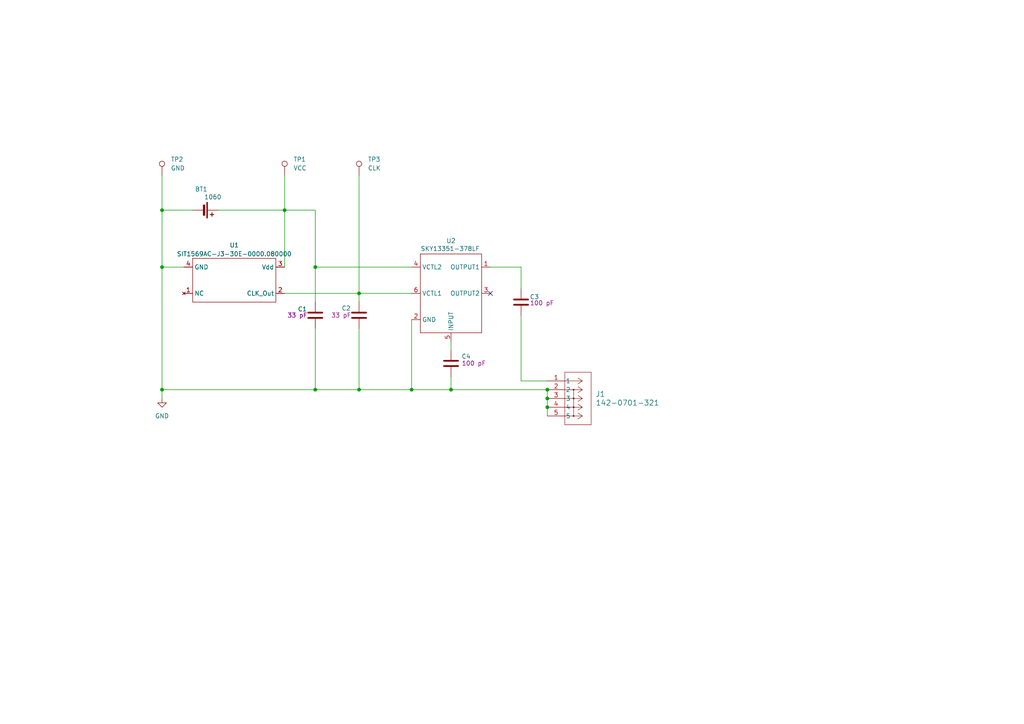
<source format=kicad_sch>
(kicad_sch (version 20231120) (generator "eeschema") (generator_version "8.0")
  (paper "A4")
  (title_block (title "RF Backscatter Tag") (rev "V1.1") (company "UCSC J-Lab"))
  (lib_symbols
    (symbol "2024-02-20_21-31-14:SMA-J-P-H-RA-TH1" (pin_names (offset 0.254))
      (property "Reference" "J" (at 8.89 6.35 0))
      (property "Value" "SMA-J-P-H-RA-TH1" (at 0 0 0))
      (symbol "SMA-J-P-H-RA-TH1_1_1"
        (polyline (pts (xy 5.08 -12.7) (xy 12.7 -12.7)) (stroke (width 0.127)))
        (polyline (pts (xy 5.08 2.54) (xy 5.08 -12.7)) (stroke (width 0.127)))
        (polyline (pts (xy 7.62 -2.54) (xy 7.62 -10.16)) (stroke (width 0.127)))
        (polyline (pts (xy 10.16 -10.16) (xy 5.08 -10.16)) (stroke (width 0.127)))
        (polyline (pts (xy 10.16 -10.16) (xy 8.89 -11.0067)) (stroke (width 0.127)))
        (polyline (pts (xy 10.16 -10.16) (xy 8.89 -9.3133)) (stroke (width 0.127)))
        (polyline (pts (xy 10.16 -7.62) (xy 5.08 -7.62)) (stroke (width 0.127)))
        (polyline (pts (xy 10.16 -7.62) (xy 8.89 -8.4667)) (stroke (width 0.127)))
        (polyline (pts (xy 10.16 -7.62) (xy 8.89 -6.7733)) (stroke (width 0.127)))
        (polyline (pts (xy 10.16 -5.08) (xy 5.08 -5.08)) (stroke (width 0.127)))
        (polyline (pts (xy 10.16 -5.08) (xy 8.89 -5.9267)) (stroke (width 0.127)))
        (polyline (pts (xy 10.16 -5.08) (xy 8.89 -4.2333)) (stroke (width 0.127)))
        (polyline (pts (xy 10.16 -2.54) (xy 5.08 -2.54)) (stroke (width 0.127)))
        (polyline (pts (xy 10.16 -2.54) (xy 8.89 -3.3867)) (stroke (width 0.127)))
        (polyline (pts (xy 10.16 -2.54) (xy 8.89 -1.6933)) (stroke (width 0.127)))
        (polyline (pts (xy 10.16 0) (xy 5.08 0)) (stroke (width 0.127)))
        (polyline (pts (xy 10.16 0) (xy 8.89 -0.8467)) (stroke (width 0.127)))
        (polyline (pts (xy 10.16 0) (xy 8.89 0.8467)) (stroke (width 0.127)))
        (polyline (pts (xy 12.7 -12.7) (xy 12.7 2.54)) (stroke (width 0.127)))
        (polyline (pts (xy 12.7 2.54) (xy 5.08 2.54)) (stroke (width 0.127)))
        (circle (center 7.62 -10.16) (radius 0.127) (stroke (width 0.254)))
        (circle (center 7.62 -7.62) (radius 0.127) (stroke (width 0.254)))
        (circle (center 7.62 -5.08) (radius 0.127) (stroke (width 0.254)))
        (circle (center 7.62 -2.54) (radius 0.127) (stroke (width 0.254)))
        (pin unspecified line (at 0 0 0) (length 5.08) (name "1") (number "1"))
        (pin unspecified line (at 0 -2.54 0) (length 5.08) (name "2") (number "2"))
        (pin unspecified line (at 0 -5.08 0) (length 5.08) (name "3") (number "3"))
        (pin unspecified line (at 0 -7.62 0) (length 5.08) (name "4") (number "4"))
        (pin unspecified line (at 0 -10.16 0) (length 5.08) (name "5") (number "5"))
      )
      (symbol "SMA-J-P-H-RA-TH1_1_2"
        (polyline (pts (xy 5.08 -12.7) (xy 12.7 -12.7)) (stroke (width 0.127)))
        (polyline (pts (xy 5.08 2.54) (xy 5.08 -12.7)) (stroke (width 0.127)))
        (polyline (pts (xy 6.858 -2.54) (xy 6.858 -10.16)) (stroke (width 0.127)))
        (polyline (pts (xy 7.62 -10.16) (xy 5.08 -10.16)) (stroke (width 0.127)))
        (polyline (pts (xy 7.62 -10.16) (xy 8.89 -11.0067)) (stroke (width 0.127)))
        (polyline (pts (xy 7.62 -10.16) (xy 8.89 -9.3133)) (stroke (width 0.127)))
        (polyline (pts (xy 7.62 -7.62) (xy 5.08 -7.62)) (stroke (width 0.127)))
        (polyline (pts (xy 7.62 -7.62) (xy 8.89 -8.4667)) (stroke (width 0.127)))
        (polyline (pts (xy 7.62 -7.62) (xy 8.89 -6.7733)) (stroke (width 0.127)))
        (polyline (pts (xy 7.62 -5.08) (xy 5.08 -5.08)) (stroke (width 0.127)))
        (polyline (pts (xy 7.62 -5.08) (xy 8.89 -5.9267)) (stroke (width 0.127)))
        (polyline (pts (xy 7.62 -5.08) (xy 8.89 -4.2333)) (stroke (width 0.127)))
        (polyline (pts (xy 7.62 -2.54) (xy 5.08 -2.54)) (stroke (width 0.127)))
        (polyline (pts (xy 7.62 -2.54) (xy 8.89 -3.3867)) (stroke (width 0.127)))
        (polyline (pts (xy 7.62 -2.54) (xy 8.89 -1.6933)) (stroke (width 0.127)))
        (polyline (pts (xy 7.62 0) (xy 5.08 0)) (stroke (width 0.127)))
        (polyline (pts (xy 7.62 0) (xy 8.89 -0.8467)) (stroke (width 0.127)))
        (polyline (pts (xy 7.62 0) (xy 8.89 0.8467)) (stroke (width 0.127)))
        (polyline (pts (xy 12.7 -12.7) (xy 12.7 2.54)) (stroke (width 0.127)))
        (polyline (pts (xy 12.7 2.54) (xy 5.08 2.54)) (stroke (width 0.127)))
        (circle (center 6.858 -10.16) (radius 0.127) (stroke (width 0.254)))
        (circle (center 6.858 -7.62) (radius 0.127) (stroke (width 0.254)))
        (circle (center 6.858 -5.08) (radius 0.127) (stroke (width 0.254)))
        (circle (center 6.858 -2.54) (radius 0.127) (stroke (width 0.254)))
        (pin unspecified line (at 0 0 0) (length 5.08) (name "1") (number "1"))
        (pin unspecified line (at 0 -2.54 0) (length 5.08) (name "2") (number "2"))
        (pin unspecified line (at 0 -5.08 0) (length 5.08) (name "3") (number "3"))
        (pin unspecified line (at 0 -7.62 0) (length 5.08) (name "4") (number "4"))
        (pin unspecified line (at 0 -10.16 0) (length 5.08) (name "5") (number "5"))
      )
    )
    (symbol "Connector:TestPoint" (pin_numbers hide) (pin_names (offset 0.762) hide)
      (property "Reference" "TP" (at 0 6.858 0))
      (property "Value" "TestPoint" (at 0 5.08 0))
      (symbol "TestPoint_0_1"
        (circle (center 0 3.302) (radius 0.762))
      )
      (symbol "TestPoint_1_1"
        (pin passive line (at 0 0 90) (length 2.54) (name "1") (number "1"))
      )
    )
    (symbol "Device:Battery_Cell" (pin_numbers hide) (pin_names (offset 0) hide)
      (property "Reference" "BT" (at 2.54 2.54 0))
      (property "Value" "Battery_Cell" (at 2.54 0 0))
      (symbol "Battery_Cell_0_1"
        (rectangle (start -2.286 1.778) (end 2.286 1.524) (fill (type outline)))
        (rectangle (start -1.524 1.016) (end 1.524 0.508) (fill (type outline)))
        (polyline (pts (xy 0 0.762) (xy 0 0)))
        (polyline (pts (xy 0 1.778) (xy 0 2.54)))
        (polyline (pts (xy 0.762 3.048) (xy 1.778 3.048)) (stroke (width 0.254)))
        (polyline (pts (xy 1.27 3.556) (xy 1.27 2.54)) (stroke (width 0.254)))
      )
      (symbol "Battery_Cell_1_1"
        (pin passive line (at 0 5.08 270) (length 2.54) (name "+") (number "1"))
        (pin passive line (at 0 -2.54 90) (length 2.54) (name "-") (number "2"))
      )
    )
    (symbol "Device:C" (pin_numbers hide) (pin_names (offset 0.254))
      (property "Reference" "C" (at 0.635 2.54 0))
      (property "Value" "C" (at 0.635 -2.54 0))
      (symbol "C_0_1"
        (polyline (pts (xy -2.032 -0.762) (xy 2.032 -0.762)) (stroke (width 0.508)))
        (polyline (pts (xy -2.032 0.762) (xy 2.032 0.762)) (stroke (width 0.508)))
      )
      (symbol "C_1_1"
        (pin passive line (at 0 3.81 270) (length 2.794) (name "~") (number "1"))
        (pin passive line (at 0 -3.81 90) (length 2.794) (name "~") (number "2"))
      )
    )
    (symbol "Library:SiT1569"
      (property "Reference" "U" (at -5.08 -7.62 0))
      (symbol "SiT1569_0_1"
        (rectangle (start -11.43 6.35) (end 12.7 -6.35))
      )
      (symbol "SiT1569_1_1"
        (pin no_connect line (at -13.97 -3.81 0) (length 2.54) (name "NC") (number "1"))
        (pin output line (at 15.24 -3.81 180) (length 2.54) (name "CLK_Out") (number "2"))
        (pin input line (at 15.24 3.81 180) (length 2.54) (name "Vdd") (number "3"))
        (pin input line (at -13.97 3.81 0) (length 2.54) (name "GND") (number "4"))
      )
    )
    (symbol "WADAR_KiCAD_Library:SKY13351-378LF"
      (property "Reference" "U2" (at 0 10.16 0))
      (property "Value" "SKY13351-378LF" (at -0.254 7.874 0))
      (symbol "SKY13351-378LF_0_1"
        (rectangle (start -8.89 6.35) (end 8.89 -16.51))
      )
      (symbol "SKY13351-378LF_1_1"
        (pin output line (at 11.43 2.54 180) (length 2.54) (name "OUTPUT1") (number "1"))
        (pin passive line (at -11.43 -12.7 0) (length 2.54) (name "GND") (number "2"))
        (pin output line (at 11.43 -5.08 180) (length 2.54) (name "OUTPUT2") (number "3"))
        (pin input line (at -11.43 2.54 0) (length 2.54) (name "VCTL2") (number "4"))
        (pin input line (at 0 -19.05 90) (length 2.54) (name "INPUT") (number "5"))
        (pin input line (at -11.43 -5.08 0) (length 2.54) (name "VCTL1") (number "6"))
      )
    )
    (symbol "power:GND" (power) (pin_names (offset 0))
      (property "Value" "GND" (at 0 -3.81 0))
      (symbol "GND_0_1"
        (polyline (pts (xy 0 0) (xy 0 -1.27) (xy 1.27 -1.27) (xy 0 -2.54) (xy -1.27 -1.27) (xy 0 -1.27)))
      )
      (symbol "GND_1_1"
        (pin power_in line (at 0 0 270) (length 0) hide (name "GND") (number "1"))
      )
    )
  )
  (junction (at 130.81 113.03))
  (junction (at 46.99 60.96))
  (junction (at 46.99 77.47))
  (junction (at 158.75 113.03))
  (junction (at 119.38 113.03))
  (junction (at 158.75 115.57))
  (junction (at 46.99 113.03))
  (junction (at 91.44 77.47))
  (junction (at 82.55 60.96))
  (junction (at 91.44 113.03))
  (junction (at 104.14 113.03))
  (junction (at 158.75 118.11))
  (junction (at 104.14 85.09))
  (no_connect (at 142.24 85.09))
  (wire (pts (xy 46.99 77.47) (xy 46.99 113.03)))
  (wire (pts (xy 82.55 60.96) (xy 82.55 77.47)))
  (wire (pts (xy 130.81 109.22) (xy 130.81 113.03)))
  (wire (pts (xy 158.75 118.11) (xy 158.75 120.65)))
  (wire (pts (xy 158.75 115.57) (xy 158.75 118.11)))
  (wire (pts (xy 151.13 110.49) (xy 158.75 110.49)))
  (wire (pts (xy 46.99 77.47) (xy 53.34 77.47)))
  (wire (pts (xy 130.81 99.06) (xy 130.81 101.6)))
  (wire (pts (xy 91.44 60.96) (xy 91.44 77.47)))
  (wire (pts (xy 82.55 85.09) (xy 104.14 85.09)))
  (wire (pts (xy 46.99 115.57) (xy 46.99 113.03)))
  (wire (pts (xy 91.44 113.03) (xy 104.14 113.03)))
  (wire (pts (xy 55.88 60.96) (xy 46.99 60.96)))
  (wire (pts (xy 104.14 85.09) (xy 104.14 87.63)))
  (wire (pts (xy 82.55 60.96) (xy 91.44 60.96)))
  (wire (pts (xy 119.38 92.71) (xy 119.38 113.03)))
  (wire (pts (xy 119.38 113.03) (xy 130.81 113.03)))
  (wire (pts (xy 91.44 77.47) (xy 119.38 77.47)))
  (wire (pts (xy 151.13 91.44) (xy 151.13 110.49)))
  (wire (pts (xy 151.13 77.47) (xy 151.13 83.82)))
  (wire (pts (xy 158.75 113.03) (xy 158.75 115.57)))
  (wire (pts (xy 130.81 113.03) (xy 158.75 113.03)))
  (wire (pts (xy 104.14 113.03) (xy 119.38 113.03)))
  (wire (pts (xy 151.13 77.47) (xy 142.24 77.47)))
  (wire (pts (xy 104.14 50.8) (xy 104.14 85.09)))
  (wire (pts (xy 46.99 60.96) (xy 46.99 77.47)))
  (wire (pts (xy 91.44 77.47) (xy 91.44 87.63)))
  (wire (pts (xy 91.44 95.25) (xy 91.44 113.03)))
  (wire (pts (xy 104.14 85.09) (xy 119.38 85.09)))
  (wire (pts (xy 104.14 95.25) (xy 104.14 113.03)))
  (wire (pts (xy 63.5 60.96) (xy 82.55 60.96)))
  (wire (pts (xy 46.99 113.03) (xy 91.44 113.03)))
  (wire (pts (xy 82.55 50.8) (xy 82.55 60.96)))
  (wire (pts (xy 46.99 50.8) (xy 46.99 60.96)))
  (symbol (lib_id "Connector:TestPoint") (at 82.55 50.8 0) (unit 1) (in_bom no)
    (property "Reference" "TP1" (at 85.09 46.2279 0) (effects (justify left)))
    (property "Value" "VCC" (at 85.09 48.7679 0) (effects (justify left)))
    (property "Footprint" "TestPoint:TestPoint_Pad_D1.0mm" (effects (hide yes)))
    (property "Description" "test point" (effects (hide yes)))
  )
  (symbol (lib_id "WADAR_KiCAD_Library:SKY13351-378LF") (at 130.81 80.01 0) (unit 1)
    (property "Reference" "U2" (at 130.81 69.85 0))
    (property "Value" "SKY13351-378LF" (at 130.556 72.136 0))
    (property "Footprint" "Library:SKY13351_FP" (effects (hide yes)))
    (property "Datasheet" "https://www.skyworksinc.com/-/media/5E82DAE396A64F5D8598F71A4EC4B215.pdf" (effects (hide yes)))
    (property "Description" "IC RF SWITCH SPDT 6GHZ 6MLPD" (effects (hide yes)))
  )
  (symbol (lib_id "Device:C") (at 151.13 87.63 0) (unit 1)
    (property "Reference" "C3" (at 153.67 86.106 0) (effects (justify left)))
    (property "Value" "CAP CER 100PF 0805" (effects (hide yes)))
    (property "Footprint" "Capacitor_SMD:C_0805_2012Metric" (effects (hide yes)))
    (property "Datasheet" "https://search.kemet.com/download/datasheet/C0805C101J5GAC7800" (effects (hide yes)))
    (property "Description" "CAP CER 100PF 50V C0G/NP0 0805" (effects (hide yes)))
    (property "Capacitance" "100 pF" (at 153.67 87.884 0) (effects (justify left)))
  )
  (symbol (lib_id "Device:C") (at 130.81 105.41 0) (unit 1)
    (property "Reference" "C4" (at 133.858 103.378 0) (effects (justify left)))
    (property "Value" "CAP CER 100PF 0402" (effects (hide yes)))
    (property "Footprint" "Capacitor_SMD:C_0402_1005Metric" (effects (hide yes)))
    (property "Datasheet" "https://www.yageo.com/upload/media/product/productsearch/datasheet/mlcc/UPY-GP_NP0_16V-to-50V_18.pdf" (effects (hide yes)))
    (property "Description" "CAP CER 100PF 50V C0G/NPO 0402" (effects (hide yes)))
    (property "Capacitance" "100 pF" (at 137.414 104.648 0) (effects (justify top)))
  )
  (symbol (lib_id "Connector:TestPoint") (at 46.99 50.8 0) (unit 1) (in_bom no)
    (property "Reference" "TP2" (at 49.53 46.2279 0) (effects (justify left)))
    (property "Value" "GND" (at 49.53 48.7679 0) (effects (justify left)))
    (property "Footprint" "TestPoint:TestPoint_Pad_D1.0mm" (effects (hide yes)))
    (property "Description" "test point" (effects (hide yes)))
  )
  (symbol (lib_id "2024-02-20_21-31-14:SMA-J-P-H-RA-TH1") (at 158.75 110.49 0) (unit 1)
    (property "Reference" "J1" (at 172.72 114.3 0) (effects (font (size 1.524 1.524)) (justify left)))
    (property "Value" "142-0701-321" (at 172.72 116.84 0) (effects (font (size 1.524 1.524)) (justify left)))
    (property "Footprint" "WADARfootprints:CONN_SMA-J-P-H-RA-TH1_SAI" (effects (hide yes)))
    (property "Datasheet" "https://secure-web.cisco.com/1DZ9VzbYAXZ-R-LPek44dWAY5tpyuDxEmXSDugOLt9HCVcz2LxcBg_oyr93yuw77llLCRc9d3T34vo-pjBK-s3IkY3R66W-ncmQ0YOM9IQMUK1O7wZMPkewxqXqTqhK5-2u-29hxEuVjo2LqNmdOEcCusiwmr3znwXKvoiuOikGmvCtdp23G3hZo508RFRhTmv9uOTL0b0hJ-cT9kvkwjuFS8DTf5pSmEP" (effects (hide yes)))
    (property "Description" "CONN SMA JACK R/A 50 OHM PCB" (effects (hide yes)))
  )
  (symbol (lib_id "Device:C") (at 104.14 91.44 0) (unit 1)
    (property "Reference" "C2" (at 99.06 89.408 0) (effects (justify left)))
    (property "Value" "CAP CER 33PF 0402" (effects (hide yes)))
    (property "Footprint" "Capacitor_SMD:C_0402_1005Metric" (effects (hide yes)))
    (property "Datasheet" "https://mm.digikey.com/Volume0/opasdata/d220001/medias/docus/2969/CL05C330JB5NNNC_Spec.pdf" (effects (hide yes)))
    (property "Description" "CAP CER 33PF 50V C0G/NP0 0402" (effects (hide yes)))
    (property "Capacitance" "33 pF" (at 96.012 91.44 0) (effects (justify left)))
  )
  (symbol (lib_id "Connector:TestPoint") (at 104.14 50.8 0) (unit 1) (in_bom no)
    (property "Reference" "TP3" (at 106.68 46.2279 0) (effects (justify left)))
    (property "Value" "CLK" (at 106.68 48.7679 0) (effects (justify left)))
    (property "Footprint" "TestPoint:TestPoint_Pad_D1.0mm" (effects (hide yes)))
    (property "Description" "test point" (effects (hide yes)))
  )
  (symbol (lib_id "Device:Battery_Cell") (at 58.42 60.96 270) (unit 1)
    (property "Reference" "BT1" (at 60.198 54.864 90) (effects (justify right)))
    (property "Value" "1060" (at 64.262 57.15 90) (effects (justify right)))
    (property "Footprint" "Battery:BatteryHolder_Keystone_1060_1x2032" (effects (hide yes)))
    (property "Datasheet" "https://www.keyelco.com/userAssets/file/M65p4.pdf" (effects (hide yes)))
    (property "Description" "BATTERY HOLDER COIN 20MM SMD" (effects (hide yes)))
  )
  (symbol (lib_id "Library:SiT1569") (at 67.31 81.28 0) (unit 1)
    (property "Reference" "U1" (at 67.945 71.12 0))
    (property "Value" "SIT1569AC-J3-30E-0000.080000" (at 67.945 73.66 0))
    (property "Footprint" "Library:SiT1569" (effects (hide yes)))
    (property "Datasheet" "https://www.sitime.com/datasheet/SiT1569" (effects (hide yes)))
    (property "Description" "MEMS OSC XO 80HZ LVCMOS" (effects (hide yes)))
  )
  (symbol (lib_id "power:GND") (at 46.99 115.57 0) (unit 1)
    (property "Reference" "#PWR01" (effects (hide yes)))
    (property "Value" "GND" (at 46.99 120.65 0))
  )
  (symbol (lib_id "Device:C") (at 91.44 91.44 0) (unit 1)
    (property "Reference" "C1" (at 86.36 89.662 0) (effects (justify left)))
    (property "Value" "CAP CER 33PF 0402" (effects (hide yes)))
    (property "Footprint" "Capacitor_SMD:C_0402_1005Metric" (effects (hide yes)))
    (property "Datasheet" "https://mm.digikey.com/Volume0/opasdata/d220001/medias/docus/2969/CL05C330JB5NNNC_Spec.pdf" (effects (hide yes)))
    (property "Description" "CAP CER 33PF 50V C0G/NP0 0402" (effects (hide yes)))
    (property "Capacitance" "33 pF" (at 83.312 91.44 0) (effects (justify left)))
  )
)
</source>
